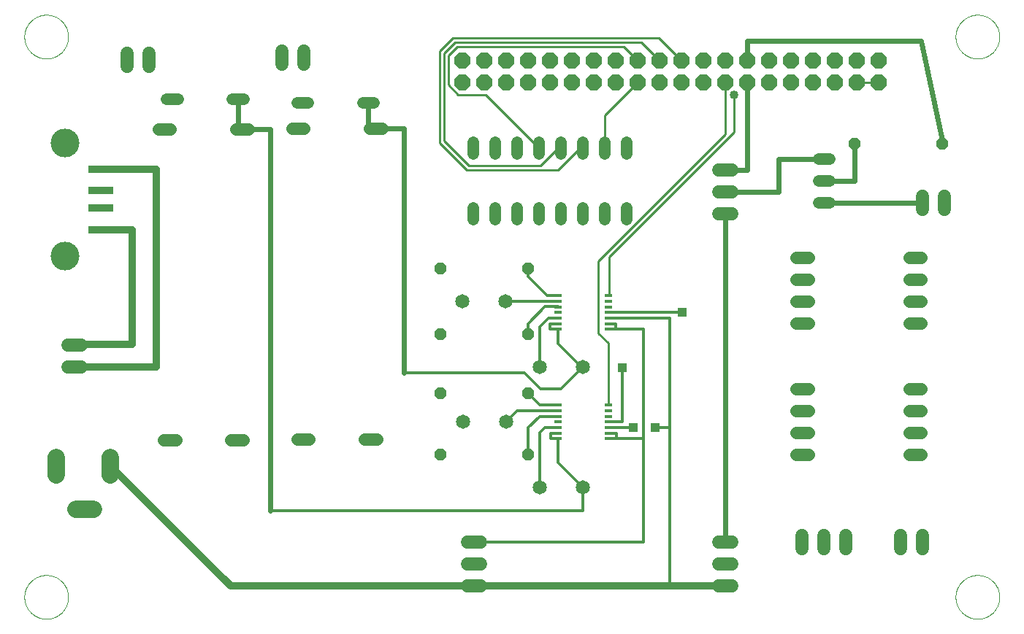
<source format=gtl>
G75*
%MOIN*%
%OFA0B0*%
%FSLAX25Y25*%
%IPPOS*%
%LPD*%
%AMOC8*
5,1,8,0,0,1.08239X$1,22.5*
%
%ADD10C,0.00000*%
%ADD11C,0.06500*%
%ADD12C,0.05200*%
%ADD13C,0.06000*%
%ADD14R,0.03543X0.01378*%
%ADD15C,0.07874*%
%ADD16OC8,0.07400*%
%ADD17C,0.05543*%
%ADD18OC8,0.05200*%
%ADD19C,0.13100*%
%ADD20R,0.11811X0.03543*%
%ADD21C,0.03200*%
%ADD22C,0.01200*%
%ADD23R,0.03962X0.03962*%
%ADD24C,0.02400*%
%ADD25C,0.01000*%
%ADD26C,0.04000*%
D10*
X0023800Y0016000D02*
X0023803Y0016245D01*
X0023812Y0016491D01*
X0023827Y0016736D01*
X0023848Y0016980D01*
X0023875Y0017224D01*
X0023908Y0017467D01*
X0023947Y0017710D01*
X0023992Y0017951D01*
X0024043Y0018191D01*
X0024100Y0018430D01*
X0024162Y0018667D01*
X0024231Y0018903D01*
X0024305Y0019137D01*
X0024385Y0019369D01*
X0024470Y0019599D01*
X0024561Y0019827D01*
X0024658Y0020052D01*
X0024760Y0020276D01*
X0024868Y0020496D01*
X0024981Y0020714D01*
X0025099Y0020929D01*
X0025223Y0021141D01*
X0025351Y0021350D01*
X0025485Y0021556D01*
X0025624Y0021758D01*
X0025768Y0021957D01*
X0025917Y0022152D01*
X0026070Y0022344D01*
X0026228Y0022532D01*
X0026390Y0022716D01*
X0026558Y0022895D01*
X0026729Y0023071D01*
X0026905Y0023242D01*
X0027084Y0023410D01*
X0027268Y0023572D01*
X0027456Y0023730D01*
X0027648Y0023883D01*
X0027843Y0024032D01*
X0028042Y0024176D01*
X0028244Y0024315D01*
X0028450Y0024449D01*
X0028659Y0024577D01*
X0028871Y0024701D01*
X0029086Y0024819D01*
X0029304Y0024932D01*
X0029524Y0025040D01*
X0029748Y0025142D01*
X0029973Y0025239D01*
X0030201Y0025330D01*
X0030431Y0025415D01*
X0030663Y0025495D01*
X0030897Y0025569D01*
X0031133Y0025638D01*
X0031370Y0025700D01*
X0031609Y0025757D01*
X0031849Y0025808D01*
X0032090Y0025853D01*
X0032333Y0025892D01*
X0032576Y0025925D01*
X0032820Y0025952D01*
X0033064Y0025973D01*
X0033309Y0025988D01*
X0033555Y0025997D01*
X0033800Y0026000D01*
X0034045Y0025997D01*
X0034291Y0025988D01*
X0034536Y0025973D01*
X0034780Y0025952D01*
X0035024Y0025925D01*
X0035267Y0025892D01*
X0035510Y0025853D01*
X0035751Y0025808D01*
X0035991Y0025757D01*
X0036230Y0025700D01*
X0036467Y0025638D01*
X0036703Y0025569D01*
X0036937Y0025495D01*
X0037169Y0025415D01*
X0037399Y0025330D01*
X0037627Y0025239D01*
X0037852Y0025142D01*
X0038076Y0025040D01*
X0038296Y0024932D01*
X0038514Y0024819D01*
X0038729Y0024701D01*
X0038941Y0024577D01*
X0039150Y0024449D01*
X0039356Y0024315D01*
X0039558Y0024176D01*
X0039757Y0024032D01*
X0039952Y0023883D01*
X0040144Y0023730D01*
X0040332Y0023572D01*
X0040516Y0023410D01*
X0040695Y0023242D01*
X0040871Y0023071D01*
X0041042Y0022895D01*
X0041210Y0022716D01*
X0041372Y0022532D01*
X0041530Y0022344D01*
X0041683Y0022152D01*
X0041832Y0021957D01*
X0041976Y0021758D01*
X0042115Y0021556D01*
X0042249Y0021350D01*
X0042377Y0021141D01*
X0042501Y0020929D01*
X0042619Y0020714D01*
X0042732Y0020496D01*
X0042840Y0020276D01*
X0042942Y0020052D01*
X0043039Y0019827D01*
X0043130Y0019599D01*
X0043215Y0019369D01*
X0043295Y0019137D01*
X0043369Y0018903D01*
X0043438Y0018667D01*
X0043500Y0018430D01*
X0043557Y0018191D01*
X0043608Y0017951D01*
X0043653Y0017710D01*
X0043692Y0017467D01*
X0043725Y0017224D01*
X0043752Y0016980D01*
X0043773Y0016736D01*
X0043788Y0016491D01*
X0043797Y0016245D01*
X0043800Y0016000D01*
X0043797Y0015755D01*
X0043788Y0015509D01*
X0043773Y0015264D01*
X0043752Y0015020D01*
X0043725Y0014776D01*
X0043692Y0014533D01*
X0043653Y0014290D01*
X0043608Y0014049D01*
X0043557Y0013809D01*
X0043500Y0013570D01*
X0043438Y0013333D01*
X0043369Y0013097D01*
X0043295Y0012863D01*
X0043215Y0012631D01*
X0043130Y0012401D01*
X0043039Y0012173D01*
X0042942Y0011948D01*
X0042840Y0011724D01*
X0042732Y0011504D01*
X0042619Y0011286D01*
X0042501Y0011071D01*
X0042377Y0010859D01*
X0042249Y0010650D01*
X0042115Y0010444D01*
X0041976Y0010242D01*
X0041832Y0010043D01*
X0041683Y0009848D01*
X0041530Y0009656D01*
X0041372Y0009468D01*
X0041210Y0009284D01*
X0041042Y0009105D01*
X0040871Y0008929D01*
X0040695Y0008758D01*
X0040516Y0008590D01*
X0040332Y0008428D01*
X0040144Y0008270D01*
X0039952Y0008117D01*
X0039757Y0007968D01*
X0039558Y0007824D01*
X0039356Y0007685D01*
X0039150Y0007551D01*
X0038941Y0007423D01*
X0038729Y0007299D01*
X0038514Y0007181D01*
X0038296Y0007068D01*
X0038076Y0006960D01*
X0037852Y0006858D01*
X0037627Y0006761D01*
X0037399Y0006670D01*
X0037169Y0006585D01*
X0036937Y0006505D01*
X0036703Y0006431D01*
X0036467Y0006362D01*
X0036230Y0006300D01*
X0035991Y0006243D01*
X0035751Y0006192D01*
X0035510Y0006147D01*
X0035267Y0006108D01*
X0035024Y0006075D01*
X0034780Y0006048D01*
X0034536Y0006027D01*
X0034291Y0006012D01*
X0034045Y0006003D01*
X0033800Y0006000D01*
X0033555Y0006003D01*
X0033309Y0006012D01*
X0033064Y0006027D01*
X0032820Y0006048D01*
X0032576Y0006075D01*
X0032333Y0006108D01*
X0032090Y0006147D01*
X0031849Y0006192D01*
X0031609Y0006243D01*
X0031370Y0006300D01*
X0031133Y0006362D01*
X0030897Y0006431D01*
X0030663Y0006505D01*
X0030431Y0006585D01*
X0030201Y0006670D01*
X0029973Y0006761D01*
X0029748Y0006858D01*
X0029524Y0006960D01*
X0029304Y0007068D01*
X0029086Y0007181D01*
X0028871Y0007299D01*
X0028659Y0007423D01*
X0028450Y0007551D01*
X0028244Y0007685D01*
X0028042Y0007824D01*
X0027843Y0007968D01*
X0027648Y0008117D01*
X0027456Y0008270D01*
X0027268Y0008428D01*
X0027084Y0008590D01*
X0026905Y0008758D01*
X0026729Y0008929D01*
X0026558Y0009105D01*
X0026390Y0009284D01*
X0026228Y0009468D01*
X0026070Y0009656D01*
X0025917Y0009848D01*
X0025768Y0010043D01*
X0025624Y0010242D01*
X0025485Y0010444D01*
X0025351Y0010650D01*
X0025223Y0010859D01*
X0025099Y0011071D01*
X0024981Y0011286D01*
X0024868Y0011504D01*
X0024760Y0011724D01*
X0024658Y0011948D01*
X0024561Y0012173D01*
X0024470Y0012401D01*
X0024385Y0012631D01*
X0024305Y0012863D01*
X0024231Y0013097D01*
X0024162Y0013333D01*
X0024100Y0013570D01*
X0024043Y0013809D01*
X0023992Y0014049D01*
X0023947Y0014290D01*
X0023908Y0014533D01*
X0023875Y0014776D01*
X0023848Y0015020D01*
X0023827Y0015264D01*
X0023812Y0015509D01*
X0023803Y0015755D01*
X0023800Y0016000D01*
X0023800Y0272000D02*
X0023803Y0272245D01*
X0023812Y0272491D01*
X0023827Y0272736D01*
X0023848Y0272980D01*
X0023875Y0273224D01*
X0023908Y0273467D01*
X0023947Y0273710D01*
X0023992Y0273951D01*
X0024043Y0274191D01*
X0024100Y0274430D01*
X0024162Y0274667D01*
X0024231Y0274903D01*
X0024305Y0275137D01*
X0024385Y0275369D01*
X0024470Y0275599D01*
X0024561Y0275827D01*
X0024658Y0276052D01*
X0024760Y0276276D01*
X0024868Y0276496D01*
X0024981Y0276714D01*
X0025099Y0276929D01*
X0025223Y0277141D01*
X0025351Y0277350D01*
X0025485Y0277556D01*
X0025624Y0277758D01*
X0025768Y0277957D01*
X0025917Y0278152D01*
X0026070Y0278344D01*
X0026228Y0278532D01*
X0026390Y0278716D01*
X0026558Y0278895D01*
X0026729Y0279071D01*
X0026905Y0279242D01*
X0027084Y0279410D01*
X0027268Y0279572D01*
X0027456Y0279730D01*
X0027648Y0279883D01*
X0027843Y0280032D01*
X0028042Y0280176D01*
X0028244Y0280315D01*
X0028450Y0280449D01*
X0028659Y0280577D01*
X0028871Y0280701D01*
X0029086Y0280819D01*
X0029304Y0280932D01*
X0029524Y0281040D01*
X0029748Y0281142D01*
X0029973Y0281239D01*
X0030201Y0281330D01*
X0030431Y0281415D01*
X0030663Y0281495D01*
X0030897Y0281569D01*
X0031133Y0281638D01*
X0031370Y0281700D01*
X0031609Y0281757D01*
X0031849Y0281808D01*
X0032090Y0281853D01*
X0032333Y0281892D01*
X0032576Y0281925D01*
X0032820Y0281952D01*
X0033064Y0281973D01*
X0033309Y0281988D01*
X0033555Y0281997D01*
X0033800Y0282000D01*
X0034045Y0281997D01*
X0034291Y0281988D01*
X0034536Y0281973D01*
X0034780Y0281952D01*
X0035024Y0281925D01*
X0035267Y0281892D01*
X0035510Y0281853D01*
X0035751Y0281808D01*
X0035991Y0281757D01*
X0036230Y0281700D01*
X0036467Y0281638D01*
X0036703Y0281569D01*
X0036937Y0281495D01*
X0037169Y0281415D01*
X0037399Y0281330D01*
X0037627Y0281239D01*
X0037852Y0281142D01*
X0038076Y0281040D01*
X0038296Y0280932D01*
X0038514Y0280819D01*
X0038729Y0280701D01*
X0038941Y0280577D01*
X0039150Y0280449D01*
X0039356Y0280315D01*
X0039558Y0280176D01*
X0039757Y0280032D01*
X0039952Y0279883D01*
X0040144Y0279730D01*
X0040332Y0279572D01*
X0040516Y0279410D01*
X0040695Y0279242D01*
X0040871Y0279071D01*
X0041042Y0278895D01*
X0041210Y0278716D01*
X0041372Y0278532D01*
X0041530Y0278344D01*
X0041683Y0278152D01*
X0041832Y0277957D01*
X0041976Y0277758D01*
X0042115Y0277556D01*
X0042249Y0277350D01*
X0042377Y0277141D01*
X0042501Y0276929D01*
X0042619Y0276714D01*
X0042732Y0276496D01*
X0042840Y0276276D01*
X0042942Y0276052D01*
X0043039Y0275827D01*
X0043130Y0275599D01*
X0043215Y0275369D01*
X0043295Y0275137D01*
X0043369Y0274903D01*
X0043438Y0274667D01*
X0043500Y0274430D01*
X0043557Y0274191D01*
X0043608Y0273951D01*
X0043653Y0273710D01*
X0043692Y0273467D01*
X0043725Y0273224D01*
X0043752Y0272980D01*
X0043773Y0272736D01*
X0043788Y0272491D01*
X0043797Y0272245D01*
X0043800Y0272000D01*
X0043797Y0271755D01*
X0043788Y0271509D01*
X0043773Y0271264D01*
X0043752Y0271020D01*
X0043725Y0270776D01*
X0043692Y0270533D01*
X0043653Y0270290D01*
X0043608Y0270049D01*
X0043557Y0269809D01*
X0043500Y0269570D01*
X0043438Y0269333D01*
X0043369Y0269097D01*
X0043295Y0268863D01*
X0043215Y0268631D01*
X0043130Y0268401D01*
X0043039Y0268173D01*
X0042942Y0267948D01*
X0042840Y0267724D01*
X0042732Y0267504D01*
X0042619Y0267286D01*
X0042501Y0267071D01*
X0042377Y0266859D01*
X0042249Y0266650D01*
X0042115Y0266444D01*
X0041976Y0266242D01*
X0041832Y0266043D01*
X0041683Y0265848D01*
X0041530Y0265656D01*
X0041372Y0265468D01*
X0041210Y0265284D01*
X0041042Y0265105D01*
X0040871Y0264929D01*
X0040695Y0264758D01*
X0040516Y0264590D01*
X0040332Y0264428D01*
X0040144Y0264270D01*
X0039952Y0264117D01*
X0039757Y0263968D01*
X0039558Y0263824D01*
X0039356Y0263685D01*
X0039150Y0263551D01*
X0038941Y0263423D01*
X0038729Y0263299D01*
X0038514Y0263181D01*
X0038296Y0263068D01*
X0038076Y0262960D01*
X0037852Y0262858D01*
X0037627Y0262761D01*
X0037399Y0262670D01*
X0037169Y0262585D01*
X0036937Y0262505D01*
X0036703Y0262431D01*
X0036467Y0262362D01*
X0036230Y0262300D01*
X0035991Y0262243D01*
X0035751Y0262192D01*
X0035510Y0262147D01*
X0035267Y0262108D01*
X0035024Y0262075D01*
X0034780Y0262048D01*
X0034536Y0262027D01*
X0034291Y0262012D01*
X0034045Y0262003D01*
X0033800Y0262000D01*
X0033555Y0262003D01*
X0033309Y0262012D01*
X0033064Y0262027D01*
X0032820Y0262048D01*
X0032576Y0262075D01*
X0032333Y0262108D01*
X0032090Y0262147D01*
X0031849Y0262192D01*
X0031609Y0262243D01*
X0031370Y0262300D01*
X0031133Y0262362D01*
X0030897Y0262431D01*
X0030663Y0262505D01*
X0030431Y0262585D01*
X0030201Y0262670D01*
X0029973Y0262761D01*
X0029748Y0262858D01*
X0029524Y0262960D01*
X0029304Y0263068D01*
X0029086Y0263181D01*
X0028871Y0263299D01*
X0028659Y0263423D01*
X0028450Y0263551D01*
X0028244Y0263685D01*
X0028042Y0263824D01*
X0027843Y0263968D01*
X0027648Y0264117D01*
X0027456Y0264270D01*
X0027268Y0264428D01*
X0027084Y0264590D01*
X0026905Y0264758D01*
X0026729Y0264929D01*
X0026558Y0265105D01*
X0026390Y0265284D01*
X0026228Y0265468D01*
X0026070Y0265656D01*
X0025917Y0265848D01*
X0025768Y0266043D01*
X0025624Y0266242D01*
X0025485Y0266444D01*
X0025351Y0266650D01*
X0025223Y0266859D01*
X0025099Y0267071D01*
X0024981Y0267286D01*
X0024868Y0267504D01*
X0024760Y0267724D01*
X0024658Y0267948D01*
X0024561Y0268173D01*
X0024470Y0268401D01*
X0024385Y0268631D01*
X0024305Y0268863D01*
X0024231Y0269097D01*
X0024162Y0269333D01*
X0024100Y0269570D01*
X0024043Y0269809D01*
X0023992Y0270049D01*
X0023947Y0270290D01*
X0023908Y0270533D01*
X0023875Y0270776D01*
X0023848Y0271020D01*
X0023827Y0271264D01*
X0023812Y0271509D01*
X0023803Y0271755D01*
X0023800Y0272000D01*
X0448800Y0272000D02*
X0448803Y0272245D01*
X0448812Y0272491D01*
X0448827Y0272736D01*
X0448848Y0272980D01*
X0448875Y0273224D01*
X0448908Y0273467D01*
X0448947Y0273710D01*
X0448992Y0273951D01*
X0449043Y0274191D01*
X0449100Y0274430D01*
X0449162Y0274667D01*
X0449231Y0274903D01*
X0449305Y0275137D01*
X0449385Y0275369D01*
X0449470Y0275599D01*
X0449561Y0275827D01*
X0449658Y0276052D01*
X0449760Y0276276D01*
X0449868Y0276496D01*
X0449981Y0276714D01*
X0450099Y0276929D01*
X0450223Y0277141D01*
X0450351Y0277350D01*
X0450485Y0277556D01*
X0450624Y0277758D01*
X0450768Y0277957D01*
X0450917Y0278152D01*
X0451070Y0278344D01*
X0451228Y0278532D01*
X0451390Y0278716D01*
X0451558Y0278895D01*
X0451729Y0279071D01*
X0451905Y0279242D01*
X0452084Y0279410D01*
X0452268Y0279572D01*
X0452456Y0279730D01*
X0452648Y0279883D01*
X0452843Y0280032D01*
X0453042Y0280176D01*
X0453244Y0280315D01*
X0453450Y0280449D01*
X0453659Y0280577D01*
X0453871Y0280701D01*
X0454086Y0280819D01*
X0454304Y0280932D01*
X0454524Y0281040D01*
X0454748Y0281142D01*
X0454973Y0281239D01*
X0455201Y0281330D01*
X0455431Y0281415D01*
X0455663Y0281495D01*
X0455897Y0281569D01*
X0456133Y0281638D01*
X0456370Y0281700D01*
X0456609Y0281757D01*
X0456849Y0281808D01*
X0457090Y0281853D01*
X0457333Y0281892D01*
X0457576Y0281925D01*
X0457820Y0281952D01*
X0458064Y0281973D01*
X0458309Y0281988D01*
X0458555Y0281997D01*
X0458800Y0282000D01*
X0459045Y0281997D01*
X0459291Y0281988D01*
X0459536Y0281973D01*
X0459780Y0281952D01*
X0460024Y0281925D01*
X0460267Y0281892D01*
X0460510Y0281853D01*
X0460751Y0281808D01*
X0460991Y0281757D01*
X0461230Y0281700D01*
X0461467Y0281638D01*
X0461703Y0281569D01*
X0461937Y0281495D01*
X0462169Y0281415D01*
X0462399Y0281330D01*
X0462627Y0281239D01*
X0462852Y0281142D01*
X0463076Y0281040D01*
X0463296Y0280932D01*
X0463514Y0280819D01*
X0463729Y0280701D01*
X0463941Y0280577D01*
X0464150Y0280449D01*
X0464356Y0280315D01*
X0464558Y0280176D01*
X0464757Y0280032D01*
X0464952Y0279883D01*
X0465144Y0279730D01*
X0465332Y0279572D01*
X0465516Y0279410D01*
X0465695Y0279242D01*
X0465871Y0279071D01*
X0466042Y0278895D01*
X0466210Y0278716D01*
X0466372Y0278532D01*
X0466530Y0278344D01*
X0466683Y0278152D01*
X0466832Y0277957D01*
X0466976Y0277758D01*
X0467115Y0277556D01*
X0467249Y0277350D01*
X0467377Y0277141D01*
X0467501Y0276929D01*
X0467619Y0276714D01*
X0467732Y0276496D01*
X0467840Y0276276D01*
X0467942Y0276052D01*
X0468039Y0275827D01*
X0468130Y0275599D01*
X0468215Y0275369D01*
X0468295Y0275137D01*
X0468369Y0274903D01*
X0468438Y0274667D01*
X0468500Y0274430D01*
X0468557Y0274191D01*
X0468608Y0273951D01*
X0468653Y0273710D01*
X0468692Y0273467D01*
X0468725Y0273224D01*
X0468752Y0272980D01*
X0468773Y0272736D01*
X0468788Y0272491D01*
X0468797Y0272245D01*
X0468800Y0272000D01*
X0468797Y0271755D01*
X0468788Y0271509D01*
X0468773Y0271264D01*
X0468752Y0271020D01*
X0468725Y0270776D01*
X0468692Y0270533D01*
X0468653Y0270290D01*
X0468608Y0270049D01*
X0468557Y0269809D01*
X0468500Y0269570D01*
X0468438Y0269333D01*
X0468369Y0269097D01*
X0468295Y0268863D01*
X0468215Y0268631D01*
X0468130Y0268401D01*
X0468039Y0268173D01*
X0467942Y0267948D01*
X0467840Y0267724D01*
X0467732Y0267504D01*
X0467619Y0267286D01*
X0467501Y0267071D01*
X0467377Y0266859D01*
X0467249Y0266650D01*
X0467115Y0266444D01*
X0466976Y0266242D01*
X0466832Y0266043D01*
X0466683Y0265848D01*
X0466530Y0265656D01*
X0466372Y0265468D01*
X0466210Y0265284D01*
X0466042Y0265105D01*
X0465871Y0264929D01*
X0465695Y0264758D01*
X0465516Y0264590D01*
X0465332Y0264428D01*
X0465144Y0264270D01*
X0464952Y0264117D01*
X0464757Y0263968D01*
X0464558Y0263824D01*
X0464356Y0263685D01*
X0464150Y0263551D01*
X0463941Y0263423D01*
X0463729Y0263299D01*
X0463514Y0263181D01*
X0463296Y0263068D01*
X0463076Y0262960D01*
X0462852Y0262858D01*
X0462627Y0262761D01*
X0462399Y0262670D01*
X0462169Y0262585D01*
X0461937Y0262505D01*
X0461703Y0262431D01*
X0461467Y0262362D01*
X0461230Y0262300D01*
X0460991Y0262243D01*
X0460751Y0262192D01*
X0460510Y0262147D01*
X0460267Y0262108D01*
X0460024Y0262075D01*
X0459780Y0262048D01*
X0459536Y0262027D01*
X0459291Y0262012D01*
X0459045Y0262003D01*
X0458800Y0262000D01*
X0458555Y0262003D01*
X0458309Y0262012D01*
X0458064Y0262027D01*
X0457820Y0262048D01*
X0457576Y0262075D01*
X0457333Y0262108D01*
X0457090Y0262147D01*
X0456849Y0262192D01*
X0456609Y0262243D01*
X0456370Y0262300D01*
X0456133Y0262362D01*
X0455897Y0262431D01*
X0455663Y0262505D01*
X0455431Y0262585D01*
X0455201Y0262670D01*
X0454973Y0262761D01*
X0454748Y0262858D01*
X0454524Y0262960D01*
X0454304Y0263068D01*
X0454086Y0263181D01*
X0453871Y0263299D01*
X0453659Y0263423D01*
X0453450Y0263551D01*
X0453244Y0263685D01*
X0453042Y0263824D01*
X0452843Y0263968D01*
X0452648Y0264117D01*
X0452456Y0264270D01*
X0452268Y0264428D01*
X0452084Y0264590D01*
X0451905Y0264758D01*
X0451729Y0264929D01*
X0451558Y0265105D01*
X0451390Y0265284D01*
X0451228Y0265468D01*
X0451070Y0265656D01*
X0450917Y0265848D01*
X0450768Y0266043D01*
X0450624Y0266242D01*
X0450485Y0266444D01*
X0450351Y0266650D01*
X0450223Y0266859D01*
X0450099Y0267071D01*
X0449981Y0267286D01*
X0449868Y0267504D01*
X0449760Y0267724D01*
X0449658Y0267948D01*
X0449561Y0268173D01*
X0449470Y0268401D01*
X0449385Y0268631D01*
X0449305Y0268863D01*
X0449231Y0269097D01*
X0449162Y0269333D01*
X0449100Y0269570D01*
X0449043Y0269809D01*
X0448992Y0270049D01*
X0448947Y0270290D01*
X0448908Y0270533D01*
X0448875Y0270776D01*
X0448848Y0271020D01*
X0448827Y0271264D01*
X0448812Y0271509D01*
X0448803Y0271755D01*
X0448800Y0272000D01*
X0448800Y0016000D02*
X0448803Y0016245D01*
X0448812Y0016491D01*
X0448827Y0016736D01*
X0448848Y0016980D01*
X0448875Y0017224D01*
X0448908Y0017467D01*
X0448947Y0017710D01*
X0448992Y0017951D01*
X0449043Y0018191D01*
X0449100Y0018430D01*
X0449162Y0018667D01*
X0449231Y0018903D01*
X0449305Y0019137D01*
X0449385Y0019369D01*
X0449470Y0019599D01*
X0449561Y0019827D01*
X0449658Y0020052D01*
X0449760Y0020276D01*
X0449868Y0020496D01*
X0449981Y0020714D01*
X0450099Y0020929D01*
X0450223Y0021141D01*
X0450351Y0021350D01*
X0450485Y0021556D01*
X0450624Y0021758D01*
X0450768Y0021957D01*
X0450917Y0022152D01*
X0451070Y0022344D01*
X0451228Y0022532D01*
X0451390Y0022716D01*
X0451558Y0022895D01*
X0451729Y0023071D01*
X0451905Y0023242D01*
X0452084Y0023410D01*
X0452268Y0023572D01*
X0452456Y0023730D01*
X0452648Y0023883D01*
X0452843Y0024032D01*
X0453042Y0024176D01*
X0453244Y0024315D01*
X0453450Y0024449D01*
X0453659Y0024577D01*
X0453871Y0024701D01*
X0454086Y0024819D01*
X0454304Y0024932D01*
X0454524Y0025040D01*
X0454748Y0025142D01*
X0454973Y0025239D01*
X0455201Y0025330D01*
X0455431Y0025415D01*
X0455663Y0025495D01*
X0455897Y0025569D01*
X0456133Y0025638D01*
X0456370Y0025700D01*
X0456609Y0025757D01*
X0456849Y0025808D01*
X0457090Y0025853D01*
X0457333Y0025892D01*
X0457576Y0025925D01*
X0457820Y0025952D01*
X0458064Y0025973D01*
X0458309Y0025988D01*
X0458555Y0025997D01*
X0458800Y0026000D01*
X0459045Y0025997D01*
X0459291Y0025988D01*
X0459536Y0025973D01*
X0459780Y0025952D01*
X0460024Y0025925D01*
X0460267Y0025892D01*
X0460510Y0025853D01*
X0460751Y0025808D01*
X0460991Y0025757D01*
X0461230Y0025700D01*
X0461467Y0025638D01*
X0461703Y0025569D01*
X0461937Y0025495D01*
X0462169Y0025415D01*
X0462399Y0025330D01*
X0462627Y0025239D01*
X0462852Y0025142D01*
X0463076Y0025040D01*
X0463296Y0024932D01*
X0463514Y0024819D01*
X0463729Y0024701D01*
X0463941Y0024577D01*
X0464150Y0024449D01*
X0464356Y0024315D01*
X0464558Y0024176D01*
X0464757Y0024032D01*
X0464952Y0023883D01*
X0465144Y0023730D01*
X0465332Y0023572D01*
X0465516Y0023410D01*
X0465695Y0023242D01*
X0465871Y0023071D01*
X0466042Y0022895D01*
X0466210Y0022716D01*
X0466372Y0022532D01*
X0466530Y0022344D01*
X0466683Y0022152D01*
X0466832Y0021957D01*
X0466976Y0021758D01*
X0467115Y0021556D01*
X0467249Y0021350D01*
X0467377Y0021141D01*
X0467501Y0020929D01*
X0467619Y0020714D01*
X0467732Y0020496D01*
X0467840Y0020276D01*
X0467942Y0020052D01*
X0468039Y0019827D01*
X0468130Y0019599D01*
X0468215Y0019369D01*
X0468295Y0019137D01*
X0468369Y0018903D01*
X0468438Y0018667D01*
X0468500Y0018430D01*
X0468557Y0018191D01*
X0468608Y0017951D01*
X0468653Y0017710D01*
X0468692Y0017467D01*
X0468725Y0017224D01*
X0468752Y0016980D01*
X0468773Y0016736D01*
X0468788Y0016491D01*
X0468797Y0016245D01*
X0468800Y0016000D01*
X0468797Y0015755D01*
X0468788Y0015509D01*
X0468773Y0015264D01*
X0468752Y0015020D01*
X0468725Y0014776D01*
X0468692Y0014533D01*
X0468653Y0014290D01*
X0468608Y0014049D01*
X0468557Y0013809D01*
X0468500Y0013570D01*
X0468438Y0013333D01*
X0468369Y0013097D01*
X0468295Y0012863D01*
X0468215Y0012631D01*
X0468130Y0012401D01*
X0468039Y0012173D01*
X0467942Y0011948D01*
X0467840Y0011724D01*
X0467732Y0011504D01*
X0467619Y0011286D01*
X0467501Y0011071D01*
X0467377Y0010859D01*
X0467249Y0010650D01*
X0467115Y0010444D01*
X0466976Y0010242D01*
X0466832Y0010043D01*
X0466683Y0009848D01*
X0466530Y0009656D01*
X0466372Y0009468D01*
X0466210Y0009284D01*
X0466042Y0009105D01*
X0465871Y0008929D01*
X0465695Y0008758D01*
X0465516Y0008590D01*
X0465332Y0008428D01*
X0465144Y0008270D01*
X0464952Y0008117D01*
X0464757Y0007968D01*
X0464558Y0007824D01*
X0464356Y0007685D01*
X0464150Y0007551D01*
X0463941Y0007423D01*
X0463729Y0007299D01*
X0463514Y0007181D01*
X0463296Y0007068D01*
X0463076Y0006960D01*
X0462852Y0006858D01*
X0462627Y0006761D01*
X0462399Y0006670D01*
X0462169Y0006585D01*
X0461937Y0006505D01*
X0461703Y0006431D01*
X0461467Y0006362D01*
X0461230Y0006300D01*
X0460991Y0006243D01*
X0460751Y0006192D01*
X0460510Y0006147D01*
X0460267Y0006108D01*
X0460024Y0006075D01*
X0459780Y0006048D01*
X0459536Y0006027D01*
X0459291Y0006012D01*
X0459045Y0006003D01*
X0458800Y0006000D01*
X0458555Y0006003D01*
X0458309Y0006012D01*
X0458064Y0006027D01*
X0457820Y0006048D01*
X0457576Y0006075D01*
X0457333Y0006108D01*
X0457090Y0006147D01*
X0456849Y0006192D01*
X0456609Y0006243D01*
X0456370Y0006300D01*
X0456133Y0006362D01*
X0455897Y0006431D01*
X0455663Y0006505D01*
X0455431Y0006585D01*
X0455201Y0006670D01*
X0454973Y0006761D01*
X0454748Y0006858D01*
X0454524Y0006960D01*
X0454304Y0007068D01*
X0454086Y0007181D01*
X0453871Y0007299D01*
X0453659Y0007423D01*
X0453450Y0007551D01*
X0453244Y0007685D01*
X0453042Y0007824D01*
X0452843Y0007968D01*
X0452648Y0008117D01*
X0452456Y0008270D01*
X0452268Y0008428D01*
X0452084Y0008590D01*
X0451905Y0008758D01*
X0451729Y0008929D01*
X0451558Y0009105D01*
X0451390Y0009284D01*
X0451228Y0009468D01*
X0451070Y0009656D01*
X0450917Y0009848D01*
X0450768Y0010043D01*
X0450624Y0010242D01*
X0450485Y0010444D01*
X0450351Y0010650D01*
X0450223Y0010859D01*
X0450099Y0011071D01*
X0449981Y0011286D01*
X0449868Y0011504D01*
X0449760Y0011724D01*
X0449658Y0011948D01*
X0449561Y0012173D01*
X0449470Y0012401D01*
X0449385Y0012631D01*
X0449305Y0012863D01*
X0449231Y0013097D01*
X0449162Y0013333D01*
X0449100Y0013570D01*
X0449043Y0013809D01*
X0448992Y0014049D01*
X0448947Y0014290D01*
X0448908Y0014533D01*
X0448875Y0014776D01*
X0448848Y0015020D01*
X0448827Y0015264D01*
X0448812Y0015509D01*
X0448803Y0015755D01*
X0448800Y0016000D01*
D11*
X0278643Y0066000D03*
X0258957Y0066000D03*
X0243643Y0096000D03*
X0223957Y0096000D03*
X0258957Y0121000D03*
X0278643Y0121000D03*
X0243443Y0151000D03*
X0223757Y0151000D03*
D12*
X0228800Y0188400D02*
X0228800Y0193600D01*
X0238800Y0193600D02*
X0238800Y0188400D01*
X0248800Y0188400D02*
X0248800Y0193600D01*
X0258800Y0193600D02*
X0258800Y0188400D01*
X0268800Y0188400D02*
X0268800Y0193600D01*
X0278800Y0193600D02*
X0278800Y0188400D01*
X0288800Y0188400D02*
X0288800Y0193600D01*
X0298800Y0193600D02*
X0298800Y0188400D01*
X0298800Y0218400D02*
X0298800Y0223600D01*
X0288800Y0223600D02*
X0288800Y0218400D01*
X0278800Y0218400D02*
X0278800Y0223600D01*
X0268800Y0223600D02*
X0268800Y0218400D01*
X0258800Y0218400D02*
X0258800Y0223600D01*
X0248800Y0223600D02*
X0248800Y0218400D01*
X0238800Y0218400D02*
X0238800Y0223600D01*
X0228800Y0223600D02*
X0228800Y0218400D01*
X0183400Y0241800D02*
X0178200Y0241800D01*
X0153400Y0241800D02*
X0148200Y0241800D01*
X0123900Y0243500D02*
X0118700Y0243500D01*
X0093900Y0243500D02*
X0088700Y0243500D01*
X0386200Y0216000D02*
X0391400Y0216000D01*
X0391400Y0206000D02*
X0386200Y0206000D01*
X0386200Y0196000D02*
X0391400Y0196000D01*
D13*
X0433800Y0193000D02*
X0433800Y0199000D01*
X0443800Y0199000D02*
X0443800Y0193000D01*
X0346800Y0191000D02*
X0340800Y0191000D01*
X0340800Y0201000D02*
X0346800Y0201000D01*
X0346800Y0211000D02*
X0340800Y0211000D01*
X0151200Y0259400D02*
X0151200Y0265400D01*
X0141200Y0265400D02*
X0141200Y0259400D01*
X0080700Y0258500D02*
X0080700Y0264500D01*
X0070700Y0264500D02*
X0070700Y0258500D01*
X0049800Y0131000D02*
X0043800Y0131000D01*
X0043800Y0121000D02*
X0049800Y0121000D01*
X0225900Y0041000D02*
X0231900Y0041000D01*
X0231900Y0031000D02*
X0225900Y0031000D01*
X0225900Y0021000D02*
X0231900Y0021000D01*
X0340800Y0021000D02*
X0346800Y0021000D01*
X0346800Y0031000D02*
X0340800Y0031000D01*
X0340800Y0041000D02*
X0346800Y0041000D01*
X0378800Y0038000D02*
X0378800Y0044000D01*
X0388800Y0044000D02*
X0388800Y0038000D01*
X0398800Y0038000D02*
X0398800Y0044000D01*
X0423800Y0044000D02*
X0423800Y0038000D01*
X0433800Y0038000D02*
X0433800Y0044000D01*
D14*
X0290316Y0088323D03*
X0290316Y0090882D03*
X0290316Y0093441D03*
X0290316Y0096000D03*
X0290316Y0098559D03*
X0290316Y0101118D03*
X0290316Y0103677D03*
X0267284Y0103677D03*
X0267284Y0101118D03*
X0267284Y0098559D03*
X0267284Y0096000D03*
X0267284Y0093441D03*
X0267284Y0090882D03*
X0267284Y0088323D03*
X0267284Y0138323D03*
X0267284Y0140882D03*
X0267284Y0143441D03*
X0267284Y0146000D03*
X0267284Y0148559D03*
X0267284Y0151118D03*
X0267284Y0153677D03*
X0290316Y0153677D03*
X0290316Y0151118D03*
X0290316Y0148559D03*
X0290316Y0146000D03*
X0290316Y0143441D03*
X0290316Y0140882D03*
X0290316Y0138323D03*
D15*
X0063131Y0079780D02*
X0063131Y0071906D01*
X0055257Y0056157D02*
X0047383Y0056157D01*
X0038328Y0071906D02*
X0038328Y0079780D01*
D16*
X0223800Y0251000D03*
X0233800Y0251000D03*
X0243800Y0251000D03*
X0253800Y0251000D03*
X0263800Y0251000D03*
X0273800Y0251000D03*
X0283800Y0251000D03*
X0293800Y0251000D03*
X0303800Y0251000D03*
X0313800Y0251000D03*
X0323800Y0251000D03*
X0333800Y0251000D03*
X0343800Y0251000D03*
X0353800Y0251000D03*
X0363800Y0251000D03*
X0373800Y0251000D03*
X0383800Y0251000D03*
X0393800Y0251000D03*
X0403800Y0251000D03*
X0413800Y0251000D03*
X0413800Y0261000D03*
X0403800Y0261000D03*
X0393800Y0261000D03*
X0383800Y0261000D03*
X0373800Y0261000D03*
X0363800Y0261000D03*
X0353800Y0261000D03*
X0343800Y0261000D03*
X0333800Y0261000D03*
X0323800Y0261000D03*
X0313800Y0261000D03*
X0303800Y0261000D03*
X0293800Y0261000D03*
X0283800Y0261000D03*
X0273800Y0261000D03*
X0263800Y0261000D03*
X0253800Y0261000D03*
X0243800Y0261000D03*
X0233800Y0261000D03*
X0223800Y0261000D03*
D17*
X0186943Y0230000D02*
X0181400Y0230000D01*
X0151400Y0230000D02*
X0145857Y0230000D01*
X0126043Y0229900D02*
X0120500Y0229900D01*
X0090500Y0229900D02*
X0084957Y0229900D01*
X0087357Y0087900D02*
X0092900Y0087900D01*
X0118100Y0087900D02*
X0123643Y0087900D01*
X0148257Y0088000D02*
X0153800Y0088000D01*
X0179000Y0088000D02*
X0184543Y0088000D01*
X0376028Y0091000D02*
X0381572Y0091000D01*
X0381572Y0081000D02*
X0376028Y0081000D01*
X0376028Y0101000D02*
X0381572Y0101000D01*
X0381572Y0111000D02*
X0376028Y0111000D01*
X0376028Y0141000D02*
X0381572Y0141000D01*
X0381572Y0151000D02*
X0376028Y0151000D01*
X0376028Y0161000D02*
X0381572Y0161000D01*
X0381572Y0171000D02*
X0376028Y0171000D01*
X0427528Y0171000D02*
X0433072Y0171000D01*
X0433072Y0161000D02*
X0427528Y0161000D01*
X0427528Y0151000D02*
X0433072Y0151000D01*
X0433072Y0141000D02*
X0427528Y0141000D01*
X0427528Y0111000D02*
X0433072Y0111000D01*
X0433072Y0101000D02*
X0427528Y0101000D01*
X0427528Y0091000D02*
X0433072Y0091000D01*
X0433072Y0081000D02*
X0427528Y0081000D01*
D18*
X0253800Y0081000D03*
X0213800Y0081000D03*
X0213800Y0109000D03*
X0253800Y0109000D03*
X0253800Y0136000D03*
X0213800Y0136000D03*
X0213800Y0166000D03*
X0253800Y0166000D03*
X0402800Y0223000D03*
X0442800Y0223000D03*
D19*
X0042211Y0223550D03*
X0042211Y0171850D03*
D20*
X0058794Y0183920D03*
X0058794Y0193763D03*
X0058794Y0201637D03*
X0058794Y0211480D03*
D21*
X0084000Y0211480D01*
X0084000Y0121200D01*
X0046800Y0121200D01*
X0046800Y0121000D01*
X0046800Y0131000D02*
X0046800Y0131300D01*
X0073000Y0131300D01*
X0073000Y0183920D01*
X0058794Y0183920D01*
X0063131Y0075843D02*
X0117973Y0021000D01*
X0228900Y0021000D01*
X0318300Y0021000D01*
X0343800Y0021000D01*
D22*
X0318300Y0021000D02*
X0318300Y0093300D01*
X0311800Y0093300D01*
X0318300Y0093300D02*
X0318300Y0143441D01*
X0290316Y0143441D01*
X0290316Y0146000D02*
X0290316Y0146100D01*
X0324000Y0146100D01*
X0306200Y0138400D02*
X0293712Y0138321D01*
X0293712Y0140882D01*
X0290316Y0140882D01*
X0290316Y0138323D02*
X0290316Y0138300D01*
X0293712Y0138321D01*
X0306200Y0138400D02*
X0306200Y0088323D01*
X0290316Y0088323D01*
X0293900Y0088323D01*
X0293900Y0090800D01*
X0290316Y0090800D01*
X0290316Y0090882D01*
X0290316Y0093441D02*
X0301600Y0093441D01*
X0301600Y0093400D01*
X0296600Y0096000D02*
X0296600Y0120600D01*
X0278643Y0121000D02*
X0268643Y0111000D01*
X0259400Y0111000D01*
X0252100Y0118300D01*
X0196900Y0118300D01*
X0243643Y0096000D02*
X0248761Y0101118D01*
X0267284Y0101118D01*
X0267284Y0098559D02*
X0267225Y0098500D01*
X0258900Y0098500D01*
X0253800Y0093400D01*
X0253800Y0081000D01*
X0264100Y0088323D02*
X0264100Y0090800D01*
X0267284Y0090800D01*
X0267284Y0090882D01*
X0267243Y0093400D02*
X0261400Y0093400D01*
X0258957Y0090957D01*
X0258957Y0066000D01*
X0267284Y0077358D02*
X0267284Y0088323D01*
X0264100Y0088323D01*
X0267243Y0093400D02*
X0267284Y0093441D01*
X0267284Y0103677D02*
X0259123Y0103677D01*
X0253800Y0109000D01*
X0258957Y0121000D02*
X0258957Y0139457D01*
X0262900Y0143400D01*
X0267243Y0143400D01*
X0267284Y0143441D01*
X0267284Y0140900D02*
X0263700Y0140900D01*
X0263700Y0138323D01*
X0267284Y0138323D01*
X0267300Y0138307D01*
X0267300Y0131600D01*
X0277900Y0121000D01*
X0278643Y0121000D01*
X0253800Y0136000D02*
X0253800Y0140900D01*
X0261500Y0148600D01*
X0267243Y0148600D01*
X0267284Y0148559D01*
X0267166Y0151000D02*
X0267284Y0151118D01*
X0267166Y0151000D02*
X0243443Y0151000D01*
X0253800Y0162300D02*
X0262500Y0153600D01*
X0267207Y0153600D01*
X0267284Y0153677D01*
X0253800Y0162300D02*
X0253800Y0166000D01*
X0267284Y0140900D02*
X0267284Y0140882D01*
X0290316Y0096000D02*
X0296600Y0096000D01*
X0306200Y0088323D02*
X0306300Y0041100D01*
X0228900Y0041000D01*
X0278643Y0055500D02*
X0278643Y0066000D01*
X0267284Y0077358D01*
X0278643Y0055500D02*
X0135900Y0055500D01*
D23*
X0296600Y0120600D03*
X0301600Y0093400D03*
X0311800Y0093300D03*
X0324000Y0146100D03*
D24*
X0343800Y0191000D02*
X0343800Y0041000D01*
X0196900Y0118300D02*
X0196900Y0230000D01*
X0181400Y0230000D01*
X0180800Y0230000D01*
X0180800Y0241800D01*
X0135900Y0229900D02*
X0135900Y0055500D01*
X0343800Y0201000D02*
X0368100Y0201000D01*
X0368100Y0216000D01*
X0388800Y0216000D01*
X0388800Y0206000D02*
X0402800Y0206000D01*
X0402800Y0223000D01*
X0442800Y0223000D02*
X0442900Y0223000D01*
X0432900Y0270100D01*
X0353800Y0270100D01*
X0353800Y0261000D01*
X0353800Y0251000D02*
X0353800Y0211000D01*
X0343800Y0211000D01*
X0388800Y0196000D02*
X0433800Y0196000D01*
X0135900Y0229900D02*
X0121300Y0229900D01*
X0121300Y0243500D01*
X0121300Y0229900D02*
X0120500Y0229900D01*
D25*
X0213300Y0223500D02*
X0213300Y0265500D01*
X0219300Y0271500D01*
X0313300Y0271500D01*
X0323800Y0261000D01*
X0313800Y0261000D02*
X0305300Y0269500D01*
X0220300Y0269500D01*
X0215300Y0264500D01*
X0215300Y0224500D01*
X0226800Y0213000D01*
X0259300Y0213000D01*
X0267300Y0221000D01*
X0268800Y0221000D01*
X0277300Y0221000D02*
X0267300Y0211000D01*
X0225800Y0211000D01*
X0213300Y0223500D01*
X0221800Y0245500D02*
X0217300Y0250000D01*
X0217300Y0263500D01*
X0221300Y0267500D01*
X0297300Y0267500D01*
X0303800Y0261000D01*
X0303800Y0251000D02*
X0288800Y0236000D01*
X0288800Y0221000D01*
X0278800Y0221000D02*
X0277300Y0221000D01*
X0258800Y0221000D02*
X0234300Y0245500D01*
X0221800Y0245500D01*
X0285800Y0169500D02*
X0343800Y0227500D01*
X0343800Y0251000D01*
X0347800Y0245500D02*
X0347800Y0228500D01*
X0290800Y0171500D01*
X0290800Y0154000D01*
X0290316Y0153677D01*
X0285800Y0169500D02*
X0285800Y0136500D01*
X0290300Y0132000D01*
X0290300Y0104000D01*
X0290316Y0103677D01*
X0403800Y0251000D02*
X0413800Y0251000D01*
D26*
X0347800Y0245500D03*
M02*

</source>
